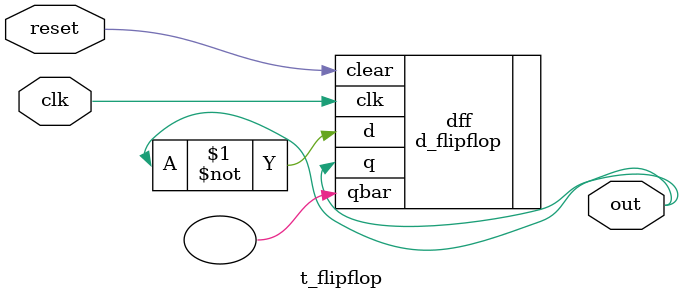
<source format=v>
module t_flipflop (clk, reset, out);
	input clk, reset;
	output out;
	
	d_flipflop dff(.clk(clk), .clear(reset), .d(~out), .q(out), .qbar());
endmodule
</source>
